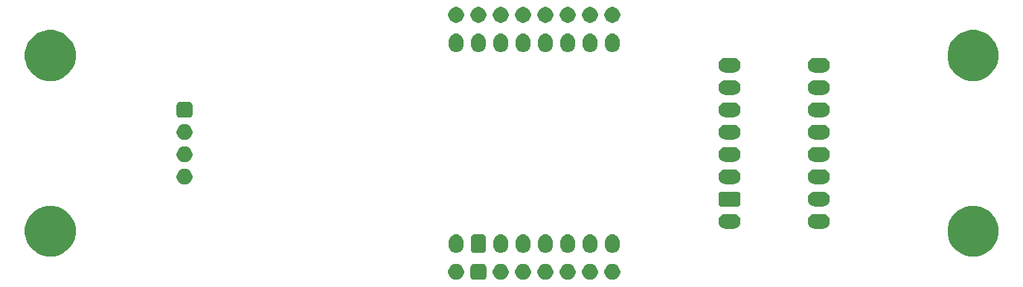
<source format=gbr>
G04 #@! TF.GenerationSoftware,KiCad,Pcbnew,5.1.5+dfsg1-2build2*
G04 #@! TF.CreationDate,2020-06-04T23:38:43+02:00*
G04 #@! TF.ProjectId,termint-wifi,7465726d-696e-4742-9d77-6966692e6b69,rev?*
G04 #@! TF.SameCoordinates,Original*
G04 #@! TF.FileFunction,Soldermask,Bot*
G04 #@! TF.FilePolarity,Negative*
%FSLAX46Y46*%
G04 Gerber Fmt 4.6, Leading zero omitted, Abs format (unit mm)*
G04 Created by KiCad (PCBNEW 5.1.5+dfsg1-2build2) date 2020-06-04 23:38:43*
%MOMM*%
%LPD*%
G04 APERTURE LIST*
%ADD10C,0.100000*%
G04 APERTURE END LIST*
D10*
G36*
X121568512Y-80733927D02*
G01*
X121717812Y-80763624D01*
X121881784Y-80831544D01*
X122029354Y-80930147D01*
X122154853Y-81055646D01*
X122253456Y-81203216D01*
X122321376Y-81367188D01*
X122356000Y-81541259D01*
X122356000Y-81718741D01*
X122321376Y-81892812D01*
X122253456Y-82056784D01*
X122154853Y-82204354D01*
X122029354Y-82329853D01*
X121881784Y-82428456D01*
X121717812Y-82496376D01*
X121568512Y-82526073D01*
X121543742Y-82531000D01*
X121366258Y-82531000D01*
X121341488Y-82526073D01*
X121192188Y-82496376D01*
X121028216Y-82428456D01*
X120880646Y-82329853D01*
X120755147Y-82204354D01*
X120656544Y-82056784D01*
X120588624Y-81892812D01*
X120554000Y-81718741D01*
X120554000Y-81541259D01*
X120588624Y-81367188D01*
X120656544Y-81203216D01*
X120755147Y-81055646D01*
X120880646Y-80930147D01*
X121028216Y-80831544D01*
X121192188Y-80763624D01*
X121341488Y-80733927D01*
X121366258Y-80729000D01*
X121543742Y-80729000D01*
X121568512Y-80733927D01*
G37*
G36*
X106803578Y-80737048D02*
G01*
X106876249Y-80759093D01*
X106943225Y-80794892D01*
X107001930Y-80843070D01*
X107050108Y-80901775D01*
X107085907Y-80968751D01*
X107107952Y-81041422D01*
X107116000Y-81123140D01*
X107116000Y-82136860D01*
X107107952Y-82218578D01*
X107085907Y-82291249D01*
X107050108Y-82358225D01*
X107001930Y-82416930D01*
X106943225Y-82465108D01*
X106876249Y-82500907D01*
X106803578Y-82522952D01*
X106721860Y-82531000D01*
X105708140Y-82531000D01*
X105626422Y-82522952D01*
X105553751Y-82500907D01*
X105486775Y-82465108D01*
X105428070Y-82416930D01*
X105379892Y-82358225D01*
X105344093Y-82291249D01*
X105322048Y-82218578D01*
X105314000Y-82136860D01*
X105314000Y-81123140D01*
X105322048Y-81041422D01*
X105344093Y-80968751D01*
X105379892Y-80901775D01*
X105428070Y-80843070D01*
X105486775Y-80794892D01*
X105553751Y-80759093D01*
X105626422Y-80737048D01*
X105708140Y-80729000D01*
X106721860Y-80729000D01*
X106803578Y-80737048D01*
G37*
G36*
X103788512Y-80733927D02*
G01*
X103937812Y-80763624D01*
X104101784Y-80831544D01*
X104249354Y-80930147D01*
X104374853Y-81055646D01*
X104473456Y-81203216D01*
X104541376Y-81367188D01*
X104576000Y-81541259D01*
X104576000Y-81718741D01*
X104541376Y-81892812D01*
X104473456Y-82056784D01*
X104374853Y-82204354D01*
X104249354Y-82329853D01*
X104101784Y-82428456D01*
X103937812Y-82496376D01*
X103788512Y-82526073D01*
X103763742Y-82531000D01*
X103586258Y-82531000D01*
X103561488Y-82526073D01*
X103412188Y-82496376D01*
X103248216Y-82428456D01*
X103100646Y-82329853D01*
X102975147Y-82204354D01*
X102876544Y-82056784D01*
X102808624Y-81892812D01*
X102774000Y-81718741D01*
X102774000Y-81541259D01*
X102808624Y-81367188D01*
X102876544Y-81203216D01*
X102975147Y-81055646D01*
X103100646Y-80930147D01*
X103248216Y-80831544D01*
X103412188Y-80763624D01*
X103561488Y-80733927D01*
X103586258Y-80729000D01*
X103763742Y-80729000D01*
X103788512Y-80733927D01*
G37*
G36*
X108868512Y-80733927D02*
G01*
X109017812Y-80763624D01*
X109181784Y-80831544D01*
X109329354Y-80930147D01*
X109454853Y-81055646D01*
X109553456Y-81203216D01*
X109621376Y-81367188D01*
X109656000Y-81541259D01*
X109656000Y-81718741D01*
X109621376Y-81892812D01*
X109553456Y-82056784D01*
X109454853Y-82204354D01*
X109329354Y-82329853D01*
X109181784Y-82428456D01*
X109017812Y-82496376D01*
X108868512Y-82526073D01*
X108843742Y-82531000D01*
X108666258Y-82531000D01*
X108641488Y-82526073D01*
X108492188Y-82496376D01*
X108328216Y-82428456D01*
X108180646Y-82329853D01*
X108055147Y-82204354D01*
X107956544Y-82056784D01*
X107888624Y-81892812D01*
X107854000Y-81718741D01*
X107854000Y-81541259D01*
X107888624Y-81367188D01*
X107956544Y-81203216D01*
X108055147Y-81055646D01*
X108180646Y-80930147D01*
X108328216Y-80831544D01*
X108492188Y-80763624D01*
X108641488Y-80733927D01*
X108666258Y-80729000D01*
X108843742Y-80729000D01*
X108868512Y-80733927D01*
G37*
G36*
X111408512Y-80733927D02*
G01*
X111557812Y-80763624D01*
X111721784Y-80831544D01*
X111869354Y-80930147D01*
X111994853Y-81055646D01*
X112093456Y-81203216D01*
X112161376Y-81367188D01*
X112196000Y-81541259D01*
X112196000Y-81718741D01*
X112161376Y-81892812D01*
X112093456Y-82056784D01*
X111994853Y-82204354D01*
X111869354Y-82329853D01*
X111721784Y-82428456D01*
X111557812Y-82496376D01*
X111408512Y-82526073D01*
X111383742Y-82531000D01*
X111206258Y-82531000D01*
X111181488Y-82526073D01*
X111032188Y-82496376D01*
X110868216Y-82428456D01*
X110720646Y-82329853D01*
X110595147Y-82204354D01*
X110496544Y-82056784D01*
X110428624Y-81892812D01*
X110394000Y-81718741D01*
X110394000Y-81541259D01*
X110428624Y-81367188D01*
X110496544Y-81203216D01*
X110595147Y-81055646D01*
X110720646Y-80930147D01*
X110868216Y-80831544D01*
X111032188Y-80763624D01*
X111181488Y-80733927D01*
X111206258Y-80729000D01*
X111383742Y-80729000D01*
X111408512Y-80733927D01*
G37*
G36*
X116488512Y-80733927D02*
G01*
X116637812Y-80763624D01*
X116801784Y-80831544D01*
X116949354Y-80930147D01*
X117074853Y-81055646D01*
X117173456Y-81203216D01*
X117241376Y-81367188D01*
X117276000Y-81541259D01*
X117276000Y-81718741D01*
X117241376Y-81892812D01*
X117173456Y-82056784D01*
X117074853Y-82204354D01*
X116949354Y-82329853D01*
X116801784Y-82428456D01*
X116637812Y-82496376D01*
X116488512Y-82526073D01*
X116463742Y-82531000D01*
X116286258Y-82531000D01*
X116261488Y-82526073D01*
X116112188Y-82496376D01*
X115948216Y-82428456D01*
X115800646Y-82329853D01*
X115675147Y-82204354D01*
X115576544Y-82056784D01*
X115508624Y-81892812D01*
X115474000Y-81718741D01*
X115474000Y-81541259D01*
X115508624Y-81367188D01*
X115576544Y-81203216D01*
X115675147Y-81055646D01*
X115800646Y-80930147D01*
X115948216Y-80831544D01*
X116112188Y-80763624D01*
X116261488Y-80733927D01*
X116286258Y-80729000D01*
X116463742Y-80729000D01*
X116488512Y-80733927D01*
G37*
G36*
X119028512Y-80733927D02*
G01*
X119177812Y-80763624D01*
X119341784Y-80831544D01*
X119489354Y-80930147D01*
X119614853Y-81055646D01*
X119713456Y-81203216D01*
X119781376Y-81367188D01*
X119816000Y-81541259D01*
X119816000Y-81718741D01*
X119781376Y-81892812D01*
X119713456Y-82056784D01*
X119614853Y-82204354D01*
X119489354Y-82329853D01*
X119341784Y-82428456D01*
X119177812Y-82496376D01*
X119028512Y-82526073D01*
X119003742Y-82531000D01*
X118826258Y-82531000D01*
X118801488Y-82526073D01*
X118652188Y-82496376D01*
X118488216Y-82428456D01*
X118340646Y-82329853D01*
X118215147Y-82204354D01*
X118116544Y-82056784D01*
X118048624Y-81892812D01*
X118014000Y-81718741D01*
X118014000Y-81541259D01*
X118048624Y-81367188D01*
X118116544Y-81203216D01*
X118215147Y-81055646D01*
X118340646Y-80930147D01*
X118488216Y-80831544D01*
X118652188Y-80763624D01*
X118801488Y-80733927D01*
X118826258Y-80729000D01*
X119003742Y-80729000D01*
X119028512Y-80733927D01*
G37*
G36*
X113948512Y-80733927D02*
G01*
X114097812Y-80763624D01*
X114261784Y-80831544D01*
X114409354Y-80930147D01*
X114534853Y-81055646D01*
X114633456Y-81203216D01*
X114701376Y-81367188D01*
X114736000Y-81541259D01*
X114736000Y-81718741D01*
X114701376Y-81892812D01*
X114633456Y-82056784D01*
X114534853Y-82204354D01*
X114409354Y-82329853D01*
X114261784Y-82428456D01*
X114097812Y-82496376D01*
X113948512Y-82526073D01*
X113923742Y-82531000D01*
X113746258Y-82531000D01*
X113721488Y-82526073D01*
X113572188Y-82496376D01*
X113408216Y-82428456D01*
X113260646Y-82329853D01*
X113135147Y-82204354D01*
X113036544Y-82056784D01*
X112968624Y-81892812D01*
X112934000Y-81718741D01*
X112934000Y-81541259D01*
X112968624Y-81367188D01*
X113036544Y-81203216D01*
X113135147Y-81055646D01*
X113260646Y-80930147D01*
X113408216Y-80831544D01*
X113572188Y-80763624D01*
X113721488Y-80733927D01*
X113746258Y-80729000D01*
X113923742Y-80729000D01*
X113948512Y-80733927D01*
G37*
G36*
X163346189Y-74210483D02*
G01*
X163346192Y-74210484D01*
X163346191Y-74210484D01*
X163874139Y-74429167D01*
X164349280Y-74746646D01*
X164753354Y-75150720D01*
X165018646Y-75547758D01*
X165070834Y-75625863D01*
X165289517Y-76153811D01*
X165401000Y-76714275D01*
X165401000Y-77285725D01*
X165289517Y-77846189D01*
X165147851Y-78188201D01*
X165070833Y-78374139D01*
X164753354Y-78849280D01*
X164349280Y-79253354D01*
X163874139Y-79570833D01*
X163874138Y-79570834D01*
X163874137Y-79570834D01*
X163346189Y-79789517D01*
X162785725Y-79901000D01*
X162214275Y-79901000D01*
X161653811Y-79789517D01*
X161125863Y-79570834D01*
X161125862Y-79570834D01*
X161125861Y-79570833D01*
X160650720Y-79253354D01*
X160246646Y-78849280D01*
X159929167Y-78374139D01*
X159852149Y-78188201D01*
X159710483Y-77846189D01*
X159599000Y-77285725D01*
X159599000Y-76714275D01*
X159710483Y-76153811D01*
X159929166Y-75625863D01*
X159981354Y-75547758D01*
X160246646Y-75150720D01*
X160650720Y-74746646D01*
X161125861Y-74429167D01*
X161653809Y-74210484D01*
X161653808Y-74210484D01*
X161653811Y-74210483D01*
X162214275Y-74099000D01*
X162785725Y-74099000D01*
X163346189Y-74210483D01*
G37*
G36*
X58346189Y-74210483D02*
G01*
X58346192Y-74210484D01*
X58346191Y-74210484D01*
X58874139Y-74429167D01*
X59349280Y-74746646D01*
X59753354Y-75150720D01*
X60018646Y-75547758D01*
X60070834Y-75625863D01*
X60289517Y-76153811D01*
X60401000Y-76714275D01*
X60401000Y-77285725D01*
X60289517Y-77846189D01*
X60147851Y-78188201D01*
X60070833Y-78374139D01*
X59753354Y-78849280D01*
X59349280Y-79253354D01*
X58874139Y-79570833D01*
X58874138Y-79570834D01*
X58874137Y-79570834D01*
X58346189Y-79789517D01*
X57785725Y-79901000D01*
X57214275Y-79901000D01*
X56653811Y-79789517D01*
X56125863Y-79570834D01*
X56125862Y-79570834D01*
X56125861Y-79570833D01*
X55650720Y-79253354D01*
X55246646Y-78849280D01*
X54929167Y-78374139D01*
X54852149Y-78188201D01*
X54710483Y-77846189D01*
X54599000Y-77285725D01*
X54599000Y-76714275D01*
X54710483Y-76153811D01*
X54929166Y-75625863D01*
X54981354Y-75547758D01*
X55246646Y-75150720D01*
X55650720Y-74746646D01*
X56125861Y-74429167D01*
X56653809Y-74210484D01*
X56653808Y-74210484D01*
X56653811Y-74210483D01*
X57214275Y-74099000D01*
X57785725Y-74099000D01*
X58346189Y-74210483D01*
G37*
G36*
X121621823Y-77391313D02*
G01*
X121782242Y-77439976D01*
X121867875Y-77485748D01*
X121930078Y-77518996D01*
X122059659Y-77625341D01*
X122166004Y-77754922D01*
X122166005Y-77754924D01*
X122245024Y-77902758D01*
X122293687Y-78063178D01*
X122306000Y-78188197D01*
X122306000Y-78671804D01*
X122293687Y-78796823D01*
X122245024Y-78957242D01*
X122192504Y-79055500D01*
X122166004Y-79105078D01*
X122160438Y-79111860D01*
X122059659Y-79234659D01*
X121930077Y-79341005D01*
X121782241Y-79420024D01*
X121621822Y-79468687D01*
X121455000Y-79485117D01*
X121288177Y-79468687D01*
X121127758Y-79420024D01*
X120979924Y-79341005D01*
X120979922Y-79341004D01*
X120850341Y-79234659D01*
X120836942Y-79218332D01*
X120743995Y-79105077D01*
X120664976Y-78957241D01*
X120616313Y-78796822D01*
X120604000Y-78671803D01*
X120604000Y-78188196D01*
X120616313Y-78063177D01*
X120664976Y-77902758D01*
X120743995Y-77754924D01*
X120743996Y-77754922D01*
X120850342Y-77625341D01*
X120979923Y-77518996D01*
X121042126Y-77485748D01*
X121127759Y-77439976D01*
X121288178Y-77391313D01*
X121455000Y-77374883D01*
X121621823Y-77391313D01*
G37*
G36*
X103841823Y-77391313D02*
G01*
X104002242Y-77439976D01*
X104087875Y-77485748D01*
X104150078Y-77518996D01*
X104279659Y-77625341D01*
X104386004Y-77754922D01*
X104386005Y-77754924D01*
X104465024Y-77902758D01*
X104513687Y-78063178D01*
X104526000Y-78188197D01*
X104526000Y-78671804D01*
X104513687Y-78796823D01*
X104465024Y-78957242D01*
X104412504Y-79055500D01*
X104386004Y-79105078D01*
X104380438Y-79111860D01*
X104279659Y-79234659D01*
X104150077Y-79341005D01*
X104002241Y-79420024D01*
X103841822Y-79468687D01*
X103675000Y-79485117D01*
X103508177Y-79468687D01*
X103347758Y-79420024D01*
X103199924Y-79341005D01*
X103199922Y-79341004D01*
X103070341Y-79234659D01*
X103056942Y-79218332D01*
X102963995Y-79105077D01*
X102884976Y-78957241D01*
X102836313Y-78796822D01*
X102824000Y-78671803D01*
X102824000Y-78188196D01*
X102836313Y-78063177D01*
X102884976Y-77902758D01*
X102963995Y-77754924D01*
X102963996Y-77754922D01*
X103070342Y-77625341D01*
X103199923Y-77518996D01*
X103262126Y-77485748D01*
X103347759Y-77439976D01*
X103508178Y-77391313D01*
X103675000Y-77374883D01*
X103841823Y-77391313D01*
G37*
G36*
X108921823Y-77391313D02*
G01*
X109082242Y-77439976D01*
X109167875Y-77485748D01*
X109230078Y-77518996D01*
X109359659Y-77625341D01*
X109466004Y-77754922D01*
X109466005Y-77754924D01*
X109545024Y-77902758D01*
X109593687Y-78063178D01*
X109606000Y-78188197D01*
X109606000Y-78671804D01*
X109593687Y-78796823D01*
X109545024Y-78957242D01*
X109492504Y-79055500D01*
X109466004Y-79105078D01*
X109460438Y-79111860D01*
X109359659Y-79234659D01*
X109230077Y-79341005D01*
X109082241Y-79420024D01*
X108921822Y-79468687D01*
X108755000Y-79485117D01*
X108588177Y-79468687D01*
X108427758Y-79420024D01*
X108279924Y-79341005D01*
X108279922Y-79341004D01*
X108150341Y-79234659D01*
X108136942Y-79218332D01*
X108043995Y-79105077D01*
X107964976Y-78957241D01*
X107916313Y-78796822D01*
X107904000Y-78671803D01*
X107904000Y-78188196D01*
X107916313Y-78063177D01*
X107964976Y-77902758D01*
X108043995Y-77754924D01*
X108043996Y-77754922D01*
X108150342Y-77625341D01*
X108279923Y-77518996D01*
X108342126Y-77485748D01*
X108427759Y-77439976D01*
X108588178Y-77391313D01*
X108755000Y-77374883D01*
X108921823Y-77391313D01*
G37*
G36*
X111461823Y-77391313D02*
G01*
X111622242Y-77439976D01*
X111707875Y-77485748D01*
X111770078Y-77518996D01*
X111899659Y-77625341D01*
X112006004Y-77754922D01*
X112006005Y-77754924D01*
X112085024Y-77902758D01*
X112133687Y-78063178D01*
X112146000Y-78188197D01*
X112146000Y-78671804D01*
X112133687Y-78796823D01*
X112085024Y-78957242D01*
X112032504Y-79055500D01*
X112006004Y-79105078D01*
X112000438Y-79111860D01*
X111899659Y-79234659D01*
X111770077Y-79341005D01*
X111622241Y-79420024D01*
X111461822Y-79468687D01*
X111295000Y-79485117D01*
X111128177Y-79468687D01*
X110967758Y-79420024D01*
X110819924Y-79341005D01*
X110819922Y-79341004D01*
X110690341Y-79234659D01*
X110676942Y-79218332D01*
X110583995Y-79105077D01*
X110504976Y-78957241D01*
X110456313Y-78796822D01*
X110444000Y-78671803D01*
X110444000Y-78188196D01*
X110456313Y-78063177D01*
X110504976Y-77902758D01*
X110583995Y-77754924D01*
X110583996Y-77754922D01*
X110690342Y-77625341D01*
X110819923Y-77518996D01*
X110882126Y-77485748D01*
X110967759Y-77439976D01*
X111128178Y-77391313D01*
X111295000Y-77374883D01*
X111461823Y-77391313D01*
G37*
G36*
X114001823Y-77391313D02*
G01*
X114162242Y-77439976D01*
X114247875Y-77485748D01*
X114310078Y-77518996D01*
X114439659Y-77625341D01*
X114546004Y-77754922D01*
X114546005Y-77754924D01*
X114625024Y-77902758D01*
X114673687Y-78063178D01*
X114686000Y-78188197D01*
X114686000Y-78671804D01*
X114673687Y-78796823D01*
X114625024Y-78957242D01*
X114572504Y-79055500D01*
X114546004Y-79105078D01*
X114540438Y-79111860D01*
X114439659Y-79234659D01*
X114310077Y-79341005D01*
X114162241Y-79420024D01*
X114001822Y-79468687D01*
X113835000Y-79485117D01*
X113668177Y-79468687D01*
X113507758Y-79420024D01*
X113359924Y-79341005D01*
X113359922Y-79341004D01*
X113230341Y-79234659D01*
X113216942Y-79218332D01*
X113123995Y-79105077D01*
X113044976Y-78957241D01*
X112996313Y-78796822D01*
X112984000Y-78671803D01*
X112984000Y-78188196D01*
X112996313Y-78063177D01*
X113044976Y-77902758D01*
X113123995Y-77754924D01*
X113123996Y-77754922D01*
X113230342Y-77625341D01*
X113359923Y-77518996D01*
X113422126Y-77485748D01*
X113507759Y-77439976D01*
X113668178Y-77391313D01*
X113835000Y-77374883D01*
X114001823Y-77391313D01*
G37*
G36*
X116541823Y-77391313D02*
G01*
X116702242Y-77439976D01*
X116787875Y-77485748D01*
X116850078Y-77518996D01*
X116979659Y-77625341D01*
X117086004Y-77754922D01*
X117086005Y-77754924D01*
X117165024Y-77902758D01*
X117213687Y-78063178D01*
X117226000Y-78188197D01*
X117226000Y-78671804D01*
X117213687Y-78796823D01*
X117165024Y-78957242D01*
X117112504Y-79055500D01*
X117086004Y-79105078D01*
X117080438Y-79111860D01*
X116979659Y-79234659D01*
X116850077Y-79341005D01*
X116702241Y-79420024D01*
X116541822Y-79468687D01*
X116375000Y-79485117D01*
X116208177Y-79468687D01*
X116047758Y-79420024D01*
X115899924Y-79341005D01*
X115899922Y-79341004D01*
X115770341Y-79234659D01*
X115756942Y-79218332D01*
X115663995Y-79105077D01*
X115584976Y-78957241D01*
X115536313Y-78796822D01*
X115524000Y-78671803D01*
X115524000Y-78188196D01*
X115536313Y-78063177D01*
X115584976Y-77902758D01*
X115663995Y-77754924D01*
X115663996Y-77754922D01*
X115770342Y-77625341D01*
X115899923Y-77518996D01*
X115962126Y-77485748D01*
X116047759Y-77439976D01*
X116208178Y-77391313D01*
X116375000Y-77374883D01*
X116541823Y-77391313D01*
G37*
G36*
X119081823Y-77391313D02*
G01*
X119242242Y-77439976D01*
X119327875Y-77485748D01*
X119390078Y-77518996D01*
X119519659Y-77625341D01*
X119626004Y-77754922D01*
X119626005Y-77754924D01*
X119705024Y-77902758D01*
X119753687Y-78063178D01*
X119766000Y-78188197D01*
X119766000Y-78671804D01*
X119753687Y-78796823D01*
X119705024Y-78957242D01*
X119652504Y-79055500D01*
X119626004Y-79105078D01*
X119620438Y-79111860D01*
X119519659Y-79234659D01*
X119390077Y-79341005D01*
X119242241Y-79420024D01*
X119081822Y-79468687D01*
X118915000Y-79485117D01*
X118748177Y-79468687D01*
X118587758Y-79420024D01*
X118439924Y-79341005D01*
X118439922Y-79341004D01*
X118310341Y-79234659D01*
X118296942Y-79218332D01*
X118203995Y-79105077D01*
X118124976Y-78957241D01*
X118076313Y-78796822D01*
X118064000Y-78671803D01*
X118064000Y-78188196D01*
X118076313Y-78063177D01*
X118124976Y-77902758D01*
X118203995Y-77754924D01*
X118203996Y-77754922D01*
X118310342Y-77625341D01*
X118439923Y-77518996D01*
X118502126Y-77485748D01*
X118587759Y-77439976D01*
X118748178Y-77391313D01*
X118915000Y-77374883D01*
X119081823Y-77391313D01*
G37*
G36*
X106773698Y-77386568D02*
G01*
X106841685Y-77407192D01*
X106904335Y-77440679D01*
X106959252Y-77485748D01*
X107004321Y-77540665D01*
X107037808Y-77603315D01*
X107058432Y-77671302D01*
X107066000Y-77748140D01*
X107066000Y-79111860D01*
X107058432Y-79188698D01*
X107037808Y-79256685D01*
X107004321Y-79319335D01*
X106959252Y-79374252D01*
X106904335Y-79419321D01*
X106841685Y-79452808D01*
X106773698Y-79473432D01*
X106696860Y-79481000D01*
X105733140Y-79481000D01*
X105656302Y-79473432D01*
X105588315Y-79452808D01*
X105525665Y-79419321D01*
X105470748Y-79374252D01*
X105425679Y-79319335D01*
X105392192Y-79256685D01*
X105371568Y-79188698D01*
X105364000Y-79111860D01*
X105364000Y-77748140D01*
X105371568Y-77671302D01*
X105392192Y-77603315D01*
X105425679Y-77540665D01*
X105470748Y-77485748D01*
X105525665Y-77440679D01*
X105588315Y-77407192D01*
X105656302Y-77386568D01*
X105733140Y-77379000D01*
X106696860Y-77379000D01*
X106773698Y-77386568D01*
G37*
G36*
X145521823Y-75036313D02*
G01*
X145682242Y-75084976D01*
X145805240Y-75150720D01*
X145830078Y-75163996D01*
X145959659Y-75270341D01*
X146066004Y-75399922D01*
X146066005Y-75399924D01*
X146145024Y-75547758D01*
X146193687Y-75708177D01*
X146210117Y-75875000D01*
X146193687Y-76041823D01*
X146145024Y-76202242D01*
X146074114Y-76334906D01*
X146066004Y-76350078D01*
X145959659Y-76479659D01*
X145830078Y-76586004D01*
X145830076Y-76586005D01*
X145682242Y-76665024D01*
X145521823Y-76713687D01*
X145396804Y-76726000D01*
X144513196Y-76726000D01*
X144388177Y-76713687D01*
X144227758Y-76665024D01*
X144079924Y-76586005D01*
X144079922Y-76586004D01*
X143950341Y-76479659D01*
X143843996Y-76350078D01*
X143835886Y-76334906D01*
X143764976Y-76202242D01*
X143716313Y-76041823D01*
X143699883Y-75875000D01*
X143716313Y-75708177D01*
X143764976Y-75547758D01*
X143843995Y-75399924D01*
X143843996Y-75399922D01*
X143950341Y-75270341D01*
X144079922Y-75163996D01*
X144104760Y-75150720D01*
X144227758Y-75084976D01*
X144388177Y-75036313D01*
X144513196Y-75024000D01*
X145396804Y-75024000D01*
X145521823Y-75036313D01*
G37*
G36*
X135361823Y-75036313D02*
G01*
X135522242Y-75084976D01*
X135645240Y-75150720D01*
X135670078Y-75163996D01*
X135799659Y-75270341D01*
X135906004Y-75399922D01*
X135906005Y-75399924D01*
X135985024Y-75547758D01*
X136033687Y-75708177D01*
X136050117Y-75875000D01*
X136033687Y-76041823D01*
X135985024Y-76202242D01*
X135914114Y-76334906D01*
X135906004Y-76350078D01*
X135799659Y-76479659D01*
X135670078Y-76586004D01*
X135670076Y-76586005D01*
X135522242Y-76665024D01*
X135361823Y-76713687D01*
X135236804Y-76726000D01*
X134353196Y-76726000D01*
X134228177Y-76713687D01*
X134067758Y-76665024D01*
X133919924Y-76586005D01*
X133919922Y-76586004D01*
X133790341Y-76479659D01*
X133683996Y-76350078D01*
X133675886Y-76334906D01*
X133604976Y-76202242D01*
X133556313Y-76041823D01*
X133539883Y-75875000D01*
X133556313Y-75708177D01*
X133604976Y-75547758D01*
X133683995Y-75399924D01*
X133683996Y-75399922D01*
X133790341Y-75270341D01*
X133919922Y-75163996D01*
X133944760Y-75150720D01*
X134067758Y-75084976D01*
X134228177Y-75036313D01*
X134353196Y-75024000D01*
X135236804Y-75024000D01*
X135361823Y-75036313D01*
G37*
G36*
X145521823Y-72496313D02*
G01*
X145682242Y-72544976D01*
X145767875Y-72590748D01*
X145830078Y-72623996D01*
X145959659Y-72730341D01*
X146066004Y-72859922D01*
X146066005Y-72859924D01*
X146145024Y-73007758D01*
X146193687Y-73168177D01*
X146210117Y-73335000D01*
X146193687Y-73501823D01*
X146145024Y-73662242D01*
X146092504Y-73760500D01*
X146066004Y-73810078D01*
X145959659Y-73939659D01*
X145830078Y-74046004D01*
X145830076Y-74046005D01*
X145682242Y-74125024D01*
X145521823Y-74173687D01*
X145396804Y-74186000D01*
X144513196Y-74186000D01*
X144388177Y-74173687D01*
X144227758Y-74125024D01*
X144079924Y-74046005D01*
X144079922Y-74046004D01*
X143950341Y-73939659D01*
X143843996Y-73810078D01*
X143817496Y-73760500D01*
X143764976Y-73662242D01*
X143716313Y-73501823D01*
X143699883Y-73335000D01*
X143716313Y-73168177D01*
X143764976Y-73007758D01*
X143843995Y-72859924D01*
X143843996Y-72859922D01*
X143950341Y-72730341D01*
X144079922Y-72623996D01*
X144142125Y-72590748D01*
X144227758Y-72544976D01*
X144388177Y-72496313D01*
X144513196Y-72484000D01*
X145396804Y-72484000D01*
X145521823Y-72496313D01*
G37*
G36*
X135753698Y-72491568D02*
G01*
X135821685Y-72512192D01*
X135884335Y-72545679D01*
X135939252Y-72590748D01*
X135984321Y-72645665D01*
X136017808Y-72708315D01*
X136038432Y-72776302D01*
X136046000Y-72853140D01*
X136046000Y-73816860D01*
X136038432Y-73893698D01*
X136017808Y-73961685D01*
X135984321Y-74024335D01*
X135939252Y-74079252D01*
X135884335Y-74124321D01*
X135821685Y-74157808D01*
X135753698Y-74178432D01*
X135676860Y-74186000D01*
X133913140Y-74186000D01*
X133836302Y-74178432D01*
X133768315Y-74157808D01*
X133705665Y-74124321D01*
X133650748Y-74079252D01*
X133605679Y-74024335D01*
X133572192Y-73961685D01*
X133551568Y-73893698D01*
X133544000Y-73816860D01*
X133544000Y-72853140D01*
X133551568Y-72776302D01*
X133572192Y-72708315D01*
X133605679Y-72645665D01*
X133650748Y-72590748D01*
X133705665Y-72545679D01*
X133768315Y-72512192D01*
X133836302Y-72491568D01*
X133913140Y-72484000D01*
X135676860Y-72484000D01*
X135753698Y-72491568D01*
G37*
G36*
X72884512Y-69903927D02*
G01*
X73033812Y-69933624D01*
X73197784Y-70001544D01*
X73345354Y-70100147D01*
X73470853Y-70225646D01*
X73569456Y-70373216D01*
X73637376Y-70537188D01*
X73672000Y-70711259D01*
X73672000Y-70888741D01*
X73637376Y-71062812D01*
X73569456Y-71226784D01*
X73470853Y-71374354D01*
X73345354Y-71499853D01*
X73197784Y-71598456D01*
X73033812Y-71666376D01*
X72884512Y-71696073D01*
X72859742Y-71701000D01*
X72682258Y-71701000D01*
X72657488Y-71696073D01*
X72508188Y-71666376D01*
X72344216Y-71598456D01*
X72196646Y-71499853D01*
X72071147Y-71374354D01*
X71972544Y-71226784D01*
X71904624Y-71062812D01*
X71870000Y-70888741D01*
X71870000Y-70711259D01*
X71904624Y-70537188D01*
X71972544Y-70373216D01*
X72071147Y-70225646D01*
X72196646Y-70100147D01*
X72344216Y-70001544D01*
X72508188Y-69933624D01*
X72657488Y-69903927D01*
X72682258Y-69899000D01*
X72859742Y-69899000D01*
X72884512Y-69903927D01*
G37*
G36*
X135361823Y-69956313D02*
G01*
X135522242Y-70004976D01*
X135654906Y-70075886D01*
X135670078Y-70083996D01*
X135799659Y-70190341D01*
X135906004Y-70319922D01*
X135906005Y-70319924D01*
X135985024Y-70467758D01*
X136033687Y-70628177D01*
X136050117Y-70795000D01*
X136033687Y-70961823D01*
X135985024Y-71122242D01*
X135929146Y-71226782D01*
X135906004Y-71270078D01*
X135799659Y-71399659D01*
X135670078Y-71506004D01*
X135670076Y-71506005D01*
X135522242Y-71585024D01*
X135361823Y-71633687D01*
X135236804Y-71646000D01*
X134353196Y-71646000D01*
X134228177Y-71633687D01*
X134067758Y-71585024D01*
X133919924Y-71506005D01*
X133919922Y-71506004D01*
X133790341Y-71399659D01*
X133683996Y-71270078D01*
X133660854Y-71226782D01*
X133604976Y-71122242D01*
X133556313Y-70961823D01*
X133539883Y-70795000D01*
X133556313Y-70628177D01*
X133604976Y-70467758D01*
X133683995Y-70319924D01*
X133683996Y-70319922D01*
X133790341Y-70190341D01*
X133919922Y-70083996D01*
X133935094Y-70075886D01*
X134067758Y-70004976D01*
X134228177Y-69956313D01*
X134353196Y-69944000D01*
X135236804Y-69944000D01*
X135361823Y-69956313D01*
G37*
G36*
X145521823Y-69956313D02*
G01*
X145682242Y-70004976D01*
X145814906Y-70075886D01*
X145830078Y-70083996D01*
X145959659Y-70190341D01*
X146066004Y-70319922D01*
X146066005Y-70319924D01*
X146145024Y-70467758D01*
X146193687Y-70628177D01*
X146210117Y-70795000D01*
X146193687Y-70961823D01*
X146145024Y-71122242D01*
X146089146Y-71226782D01*
X146066004Y-71270078D01*
X145959659Y-71399659D01*
X145830078Y-71506004D01*
X145830076Y-71506005D01*
X145682242Y-71585024D01*
X145521823Y-71633687D01*
X145396804Y-71646000D01*
X144513196Y-71646000D01*
X144388177Y-71633687D01*
X144227758Y-71585024D01*
X144079924Y-71506005D01*
X144079922Y-71506004D01*
X143950341Y-71399659D01*
X143843996Y-71270078D01*
X143820854Y-71226782D01*
X143764976Y-71122242D01*
X143716313Y-70961823D01*
X143699883Y-70795000D01*
X143716313Y-70628177D01*
X143764976Y-70467758D01*
X143843995Y-70319924D01*
X143843996Y-70319922D01*
X143950341Y-70190341D01*
X144079922Y-70083996D01*
X144095094Y-70075886D01*
X144227758Y-70004976D01*
X144388177Y-69956313D01*
X144513196Y-69944000D01*
X145396804Y-69944000D01*
X145521823Y-69956313D01*
G37*
G36*
X72884512Y-67363927D02*
G01*
X73033812Y-67393624D01*
X73197784Y-67461544D01*
X73345354Y-67560147D01*
X73470853Y-67685646D01*
X73569456Y-67833216D01*
X73637376Y-67997188D01*
X73672000Y-68171259D01*
X73672000Y-68348741D01*
X73637376Y-68522812D01*
X73569456Y-68686784D01*
X73470853Y-68834354D01*
X73345354Y-68959853D01*
X73197784Y-69058456D01*
X73033812Y-69126376D01*
X72884512Y-69156073D01*
X72859742Y-69161000D01*
X72682258Y-69161000D01*
X72657488Y-69156073D01*
X72508188Y-69126376D01*
X72344216Y-69058456D01*
X72196646Y-68959853D01*
X72071147Y-68834354D01*
X71972544Y-68686784D01*
X71904624Y-68522812D01*
X71870000Y-68348741D01*
X71870000Y-68171259D01*
X71904624Y-67997188D01*
X71972544Y-67833216D01*
X72071147Y-67685646D01*
X72196646Y-67560147D01*
X72344216Y-67461544D01*
X72508188Y-67393624D01*
X72657488Y-67363927D01*
X72682258Y-67359000D01*
X72859742Y-67359000D01*
X72884512Y-67363927D01*
G37*
G36*
X135361823Y-67416313D02*
G01*
X135522242Y-67464976D01*
X135654906Y-67535886D01*
X135670078Y-67543996D01*
X135799659Y-67650341D01*
X135906004Y-67779922D01*
X135906005Y-67779924D01*
X135985024Y-67927758D01*
X136033687Y-68088177D01*
X136050117Y-68255000D01*
X136033687Y-68421823D01*
X135985024Y-68582242D01*
X135929146Y-68686782D01*
X135906004Y-68730078D01*
X135799659Y-68859659D01*
X135670078Y-68966004D01*
X135670076Y-68966005D01*
X135522242Y-69045024D01*
X135361823Y-69093687D01*
X135236804Y-69106000D01*
X134353196Y-69106000D01*
X134228177Y-69093687D01*
X134067758Y-69045024D01*
X133919924Y-68966005D01*
X133919922Y-68966004D01*
X133790341Y-68859659D01*
X133683996Y-68730078D01*
X133660854Y-68686782D01*
X133604976Y-68582242D01*
X133556313Y-68421823D01*
X133539883Y-68255000D01*
X133556313Y-68088177D01*
X133604976Y-67927758D01*
X133683995Y-67779924D01*
X133683996Y-67779922D01*
X133790341Y-67650341D01*
X133919922Y-67543996D01*
X133935094Y-67535886D01*
X134067758Y-67464976D01*
X134228177Y-67416313D01*
X134353196Y-67404000D01*
X135236804Y-67404000D01*
X135361823Y-67416313D01*
G37*
G36*
X145521823Y-67416313D02*
G01*
X145682242Y-67464976D01*
X145814906Y-67535886D01*
X145830078Y-67543996D01*
X145959659Y-67650341D01*
X146066004Y-67779922D01*
X146066005Y-67779924D01*
X146145024Y-67927758D01*
X146193687Y-68088177D01*
X146210117Y-68255000D01*
X146193687Y-68421823D01*
X146145024Y-68582242D01*
X146089146Y-68686782D01*
X146066004Y-68730078D01*
X145959659Y-68859659D01*
X145830078Y-68966004D01*
X145830076Y-68966005D01*
X145682242Y-69045024D01*
X145521823Y-69093687D01*
X145396804Y-69106000D01*
X144513196Y-69106000D01*
X144388177Y-69093687D01*
X144227758Y-69045024D01*
X144079924Y-68966005D01*
X144079922Y-68966004D01*
X143950341Y-68859659D01*
X143843996Y-68730078D01*
X143820854Y-68686782D01*
X143764976Y-68582242D01*
X143716313Y-68421823D01*
X143699883Y-68255000D01*
X143716313Y-68088177D01*
X143764976Y-67927758D01*
X143843995Y-67779924D01*
X143843996Y-67779922D01*
X143950341Y-67650341D01*
X144079922Y-67543996D01*
X144095094Y-67535886D01*
X144227758Y-67464976D01*
X144388177Y-67416313D01*
X144513196Y-67404000D01*
X145396804Y-67404000D01*
X145521823Y-67416313D01*
G37*
G36*
X72884512Y-64823927D02*
G01*
X73033812Y-64853624D01*
X73197784Y-64921544D01*
X73345354Y-65020147D01*
X73470853Y-65145646D01*
X73569456Y-65293216D01*
X73637376Y-65457188D01*
X73672000Y-65631259D01*
X73672000Y-65808741D01*
X73637376Y-65982812D01*
X73569456Y-66146784D01*
X73470853Y-66294354D01*
X73345354Y-66419853D01*
X73197784Y-66518456D01*
X73033812Y-66586376D01*
X72884512Y-66616073D01*
X72859742Y-66621000D01*
X72682258Y-66621000D01*
X72657488Y-66616073D01*
X72508188Y-66586376D01*
X72344216Y-66518456D01*
X72196646Y-66419853D01*
X72071147Y-66294354D01*
X71972544Y-66146784D01*
X71904624Y-65982812D01*
X71870000Y-65808741D01*
X71870000Y-65631259D01*
X71904624Y-65457188D01*
X71972544Y-65293216D01*
X72071147Y-65145646D01*
X72196646Y-65020147D01*
X72344216Y-64921544D01*
X72508188Y-64853624D01*
X72657488Y-64823927D01*
X72682258Y-64819000D01*
X72859742Y-64819000D01*
X72884512Y-64823927D01*
G37*
G36*
X135361823Y-64876313D02*
G01*
X135522242Y-64924976D01*
X135654906Y-64995886D01*
X135670078Y-65003996D01*
X135799659Y-65110341D01*
X135906004Y-65239922D01*
X135906005Y-65239924D01*
X135985024Y-65387758D01*
X136033687Y-65548177D01*
X136050117Y-65715000D01*
X136033687Y-65881823D01*
X135985024Y-66042242D01*
X135929146Y-66146782D01*
X135906004Y-66190078D01*
X135799659Y-66319659D01*
X135670078Y-66426004D01*
X135670076Y-66426005D01*
X135522242Y-66505024D01*
X135361823Y-66553687D01*
X135236804Y-66566000D01*
X134353196Y-66566000D01*
X134228177Y-66553687D01*
X134067758Y-66505024D01*
X133919924Y-66426005D01*
X133919922Y-66426004D01*
X133790341Y-66319659D01*
X133683996Y-66190078D01*
X133660854Y-66146782D01*
X133604976Y-66042242D01*
X133556313Y-65881823D01*
X133539883Y-65715000D01*
X133556313Y-65548177D01*
X133604976Y-65387758D01*
X133683995Y-65239924D01*
X133683996Y-65239922D01*
X133790341Y-65110341D01*
X133919922Y-65003996D01*
X133935094Y-64995886D01*
X134067758Y-64924976D01*
X134228177Y-64876313D01*
X134353196Y-64864000D01*
X135236804Y-64864000D01*
X135361823Y-64876313D01*
G37*
G36*
X145521823Y-64876313D02*
G01*
X145682242Y-64924976D01*
X145814906Y-64995886D01*
X145830078Y-65003996D01*
X145959659Y-65110341D01*
X146066004Y-65239922D01*
X146066005Y-65239924D01*
X146145024Y-65387758D01*
X146193687Y-65548177D01*
X146210117Y-65715000D01*
X146193687Y-65881823D01*
X146145024Y-66042242D01*
X146089146Y-66146782D01*
X146066004Y-66190078D01*
X145959659Y-66319659D01*
X145830078Y-66426004D01*
X145830076Y-66426005D01*
X145682242Y-66505024D01*
X145521823Y-66553687D01*
X145396804Y-66566000D01*
X144513196Y-66566000D01*
X144388177Y-66553687D01*
X144227758Y-66505024D01*
X144079924Y-66426005D01*
X144079922Y-66426004D01*
X143950341Y-66319659D01*
X143843996Y-66190078D01*
X143820854Y-66146782D01*
X143764976Y-66042242D01*
X143716313Y-65881823D01*
X143699883Y-65715000D01*
X143716313Y-65548177D01*
X143764976Y-65387758D01*
X143843995Y-65239924D01*
X143843996Y-65239922D01*
X143950341Y-65110341D01*
X144079922Y-65003996D01*
X144095094Y-64995886D01*
X144227758Y-64924976D01*
X144388177Y-64876313D01*
X144513196Y-64864000D01*
X145396804Y-64864000D01*
X145521823Y-64876313D01*
G37*
G36*
X73359578Y-62287048D02*
G01*
X73432249Y-62309093D01*
X73499225Y-62344892D01*
X73557930Y-62393070D01*
X73606108Y-62451775D01*
X73641907Y-62518751D01*
X73663952Y-62591422D01*
X73672000Y-62673140D01*
X73672000Y-63686860D01*
X73663952Y-63768578D01*
X73641907Y-63841249D01*
X73606108Y-63908225D01*
X73557930Y-63966930D01*
X73499225Y-64015108D01*
X73432249Y-64050907D01*
X73359578Y-64072952D01*
X73277860Y-64081000D01*
X72264140Y-64081000D01*
X72182422Y-64072952D01*
X72109751Y-64050907D01*
X72042775Y-64015108D01*
X71984070Y-63966930D01*
X71935892Y-63908225D01*
X71900093Y-63841249D01*
X71878048Y-63768578D01*
X71870000Y-63686860D01*
X71870000Y-62673140D01*
X71878048Y-62591422D01*
X71900093Y-62518751D01*
X71935892Y-62451775D01*
X71984070Y-62393070D01*
X72042775Y-62344892D01*
X72109751Y-62309093D01*
X72182422Y-62287048D01*
X72264140Y-62279000D01*
X73277860Y-62279000D01*
X73359578Y-62287048D01*
G37*
G36*
X145521823Y-62336313D02*
G01*
X145682242Y-62384976D01*
X145807214Y-62451775D01*
X145830078Y-62463996D01*
X145959659Y-62570341D01*
X146066004Y-62699922D01*
X146066005Y-62699924D01*
X146145024Y-62847758D01*
X146193687Y-63008177D01*
X146210117Y-63175000D01*
X146193687Y-63341823D01*
X146145024Y-63502242D01*
X146076469Y-63630500D01*
X146066004Y-63650078D01*
X145959659Y-63779659D01*
X145830078Y-63886004D01*
X145830076Y-63886005D01*
X145682242Y-63965024D01*
X145521823Y-64013687D01*
X145396804Y-64026000D01*
X144513196Y-64026000D01*
X144388177Y-64013687D01*
X144227758Y-63965024D01*
X144079924Y-63886005D01*
X144079922Y-63886004D01*
X143950341Y-63779659D01*
X143843996Y-63650078D01*
X143833531Y-63630500D01*
X143764976Y-63502242D01*
X143716313Y-63341823D01*
X143699883Y-63175000D01*
X143716313Y-63008177D01*
X143764976Y-62847758D01*
X143843995Y-62699924D01*
X143843996Y-62699922D01*
X143950341Y-62570341D01*
X144079922Y-62463996D01*
X144102786Y-62451775D01*
X144227758Y-62384976D01*
X144388177Y-62336313D01*
X144513196Y-62324000D01*
X145396804Y-62324000D01*
X145521823Y-62336313D01*
G37*
G36*
X135361823Y-62336313D02*
G01*
X135522242Y-62384976D01*
X135647214Y-62451775D01*
X135670078Y-62463996D01*
X135799659Y-62570341D01*
X135906004Y-62699922D01*
X135906005Y-62699924D01*
X135985024Y-62847758D01*
X136033687Y-63008177D01*
X136050117Y-63175000D01*
X136033687Y-63341823D01*
X135985024Y-63502242D01*
X135916469Y-63630500D01*
X135906004Y-63650078D01*
X135799659Y-63779659D01*
X135670078Y-63886004D01*
X135670076Y-63886005D01*
X135522242Y-63965024D01*
X135361823Y-64013687D01*
X135236804Y-64026000D01*
X134353196Y-64026000D01*
X134228177Y-64013687D01*
X134067758Y-63965024D01*
X133919924Y-63886005D01*
X133919922Y-63886004D01*
X133790341Y-63779659D01*
X133683996Y-63650078D01*
X133673531Y-63630500D01*
X133604976Y-63502242D01*
X133556313Y-63341823D01*
X133539883Y-63175000D01*
X133556313Y-63008177D01*
X133604976Y-62847758D01*
X133683995Y-62699924D01*
X133683996Y-62699922D01*
X133790341Y-62570341D01*
X133919922Y-62463996D01*
X133942786Y-62451775D01*
X134067758Y-62384976D01*
X134228177Y-62336313D01*
X134353196Y-62324000D01*
X135236804Y-62324000D01*
X135361823Y-62336313D01*
G37*
G36*
X135361823Y-59796313D02*
G01*
X135522242Y-59844976D01*
X135627055Y-59901000D01*
X135670078Y-59923996D01*
X135799659Y-60030341D01*
X135906004Y-60159922D01*
X135906005Y-60159924D01*
X135985024Y-60307758D01*
X136033687Y-60468177D01*
X136050117Y-60635000D01*
X136033687Y-60801823D01*
X135985024Y-60962242D01*
X135914114Y-61094906D01*
X135906004Y-61110078D01*
X135799659Y-61239659D01*
X135670078Y-61346004D01*
X135670076Y-61346005D01*
X135522242Y-61425024D01*
X135361823Y-61473687D01*
X135236804Y-61486000D01*
X134353196Y-61486000D01*
X134228177Y-61473687D01*
X134067758Y-61425024D01*
X133919924Y-61346005D01*
X133919922Y-61346004D01*
X133790341Y-61239659D01*
X133683996Y-61110078D01*
X133675886Y-61094906D01*
X133604976Y-60962242D01*
X133556313Y-60801823D01*
X133539883Y-60635000D01*
X133556313Y-60468177D01*
X133604976Y-60307758D01*
X133683995Y-60159924D01*
X133683996Y-60159922D01*
X133790341Y-60030341D01*
X133919922Y-59923996D01*
X133962945Y-59901000D01*
X134067758Y-59844976D01*
X134228177Y-59796313D01*
X134353196Y-59784000D01*
X135236804Y-59784000D01*
X135361823Y-59796313D01*
G37*
G36*
X145521823Y-59796313D02*
G01*
X145682242Y-59844976D01*
X145787055Y-59901000D01*
X145830078Y-59923996D01*
X145959659Y-60030341D01*
X146066004Y-60159922D01*
X146066005Y-60159924D01*
X146145024Y-60307758D01*
X146193687Y-60468177D01*
X146210117Y-60635000D01*
X146193687Y-60801823D01*
X146145024Y-60962242D01*
X146074114Y-61094906D01*
X146066004Y-61110078D01*
X145959659Y-61239659D01*
X145830078Y-61346004D01*
X145830076Y-61346005D01*
X145682242Y-61425024D01*
X145521823Y-61473687D01*
X145396804Y-61486000D01*
X144513196Y-61486000D01*
X144388177Y-61473687D01*
X144227758Y-61425024D01*
X144079924Y-61346005D01*
X144079922Y-61346004D01*
X143950341Y-61239659D01*
X143843996Y-61110078D01*
X143835886Y-61094906D01*
X143764976Y-60962242D01*
X143716313Y-60801823D01*
X143699883Y-60635000D01*
X143716313Y-60468177D01*
X143764976Y-60307758D01*
X143843995Y-60159924D01*
X143843996Y-60159922D01*
X143950341Y-60030341D01*
X144079922Y-59923996D01*
X144122945Y-59901000D01*
X144227758Y-59844976D01*
X144388177Y-59796313D01*
X144513196Y-59784000D01*
X145396804Y-59784000D01*
X145521823Y-59796313D01*
G37*
G36*
X58346189Y-54210483D02*
G01*
X58346192Y-54210484D01*
X58346191Y-54210484D01*
X58874139Y-54429167D01*
X59349280Y-54746646D01*
X59753354Y-55150720D01*
X60070833Y-55625861D01*
X60070834Y-55625863D01*
X60289517Y-56153811D01*
X60401000Y-56714275D01*
X60401000Y-57285725D01*
X60289517Y-57846189D01*
X60289516Y-57846191D01*
X60070833Y-58374139D01*
X59753354Y-58849280D01*
X59349280Y-59253354D01*
X58874139Y-59570833D01*
X58874138Y-59570834D01*
X58874137Y-59570834D01*
X58346189Y-59789517D01*
X57785725Y-59901000D01*
X57214275Y-59901000D01*
X56653811Y-59789517D01*
X56125863Y-59570834D01*
X56125862Y-59570834D01*
X56125861Y-59570833D01*
X55650720Y-59253354D01*
X55246646Y-58849280D01*
X54929167Y-58374139D01*
X54710484Y-57846191D01*
X54710483Y-57846189D01*
X54599000Y-57285725D01*
X54599000Y-56714275D01*
X54710483Y-56153811D01*
X54929166Y-55625863D01*
X54929167Y-55625861D01*
X55246646Y-55150720D01*
X55650720Y-54746646D01*
X56125861Y-54429167D01*
X56653809Y-54210484D01*
X56653808Y-54210484D01*
X56653811Y-54210483D01*
X57214275Y-54099000D01*
X57785725Y-54099000D01*
X58346189Y-54210483D01*
G37*
G36*
X163346189Y-54210483D02*
G01*
X163346192Y-54210484D01*
X163346191Y-54210484D01*
X163874139Y-54429167D01*
X164349280Y-54746646D01*
X164753354Y-55150720D01*
X165070833Y-55625861D01*
X165070834Y-55625863D01*
X165289517Y-56153811D01*
X165401000Y-56714275D01*
X165401000Y-57285725D01*
X165289517Y-57846189D01*
X165289516Y-57846191D01*
X165070833Y-58374139D01*
X164753354Y-58849280D01*
X164349280Y-59253354D01*
X163874139Y-59570833D01*
X163874138Y-59570834D01*
X163874137Y-59570834D01*
X163346189Y-59789517D01*
X162785725Y-59901000D01*
X162214275Y-59901000D01*
X161653811Y-59789517D01*
X161125863Y-59570834D01*
X161125862Y-59570834D01*
X161125861Y-59570833D01*
X160650720Y-59253354D01*
X160246646Y-58849280D01*
X159929167Y-58374139D01*
X159710484Y-57846191D01*
X159710483Y-57846189D01*
X159599000Y-57285725D01*
X159599000Y-56714275D01*
X159710483Y-56153811D01*
X159929166Y-55625863D01*
X159929167Y-55625861D01*
X160246646Y-55150720D01*
X160650720Y-54746646D01*
X161125861Y-54429167D01*
X161653809Y-54210484D01*
X161653808Y-54210484D01*
X161653811Y-54210483D01*
X162214275Y-54099000D01*
X162785725Y-54099000D01*
X163346189Y-54210483D01*
G37*
G36*
X135361823Y-57256313D02*
G01*
X135522242Y-57304976D01*
X135654906Y-57375886D01*
X135670078Y-57383996D01*
X135799659Y-57490341D01*
X135906004Y-57619922D01*
X135906005Y-57619924D01*
X135985024Y-57767758D01*
X136033687Y-57928177D01*
X136050117Y-58095000D01*
X136033687Y-58261823D01*
X135985024Y-58422242D01*
X135914114Y-58554906D01*
X135906004Y-58570078D01*
X135799659Y-58699659D01*
X135670078Y-58806004D01*
X135670076Y-58806005D01*
X135522242Y-58885024D01*
X135361823Y-58933687D01*
X135236804Y-58946000D01*
X134353196Y-58946000D01*
X134228177Y-58933687D01*
X134067758Y-58885024D01*
X133919924Y-58806005D01*
X133919922Y-58806004D01*
X133790341Y-58699659D01*
X133683996Y-58570078D01*
X133675886Y-58554906D01*
X133604976Y-58422242D01*
X133556313Y-58261823D01*
X133539883Y-58095000D01*
X133556313Y-57928177D01*
X133604976Y-57767758D01*
X133683995Y-57619924D01*
X133683996Y-57619922D01*
X133790341Y-57490341D01*
X133919922Y-57383996D01*
X133935094Y-57375886D01*
X134067758Y-57304976D01*
X134228177Y-57256313D01*
X134353196Y-57244000D01*
X135236804Y-57244000D01*
X135361823Y-57256313D01*
G37*
G36*
X145521823Y-57256313D02*
G01*
X145682242Y-57304976D01*
X145814906Y-57375886D01*
X145830078Y-57383996D01*
X145959659Y-57490341D01*
X146066004Y-57619922D01*
X146066005Y-57619924D01*
X146145024Y-57767758D01*
X146193687Y-57928177D01*
X146210117Y-58095000D01*
X146193687Y-58261823D01*
X146145024Y-58422242D01*
X146074114Y-58554906D01*
X146066004Y-58570078D01*
X145959659Y-58699659D01*
X145830078Y-58806004D01*
X145830076Y-58806005D01*
X145682242Y-58885024D01*
X145521823Y-58933687D01*
X145396804Y-58946000D01*
X144513196Y-58946000D01*
X144388177Y-58933687D01*
X144227758Y-58885024D01*
X144079924Y-58806005D01*
X144079922Y-58806004D01*
X143950341Y-58699659D01*
X143843996Y-58570078D01*
X143835886Y-58554906D01*
X143764976Y-58422242D01*
X143716313Y-58261823D01*
X143699883Y-58095000D01*
X143716313Y-57928177D01*
X143764976Y-57767758D01*
X143843995Y-57619924D01*
X143843996Y-57619922D01*
X143950341Y-57490341D01*
X144079922Y-57383996D01*
X144095094Y-57375886D01*
X144227758Y-57304976D01*
X144388177Y-57256313D01*
X144513196Y-57244000D01*
X145396804Y-57244000D01*
X145521823Y-57256313D01*
G37*
G36*
X106381823Y-54531313D02*
G01*
X106542242Y-54579976D01*
X106674906Y-54650886D01*
X106690078Y-54658996D01*
X106819659Y-54765341D01*
X106926004Y-54894922D01*
X106926005Y-54894924D01*
X107005024Y-55042758D01*
X107053687Y-55203178D01*
X107066000Y-55328197D01*
X107066000Y-55811804D01*
X107053687Y-55936823D01*
X107005024Y-56097242D01*
X106974788Y-56153809D01*
X106926004Y-56245078D01*
X106819659Y-56374659D01*
X106690077Y-56481005D01*
X106542241Y-56560024D01*
X106381822Y-56608687D01*
X106215000Y-56625117D01*
X106048177Y-56608687D01*
X105887758Y-56560024D01*
X105739924Y-56481005D01*
X105739922Y-56481004D01*
X105610341Y-56374659D01*
X105503995Y-56245077D01*
X105424976Y-56097241D01*
X105376313Y-55936822D01*
X105364000Y-55811803D01*
X105364000Y-55328196D01*
X105376313Y-55203177D01*
X105424976Y-55042758D01*
X105503995Y-54894924D01*
X105503996Y-54894922D01*
X105610342Y-54765341D01*
X105739923Y-54658996D01*
X105755095Y-54650886D01*
X105887759Y-54579976D01*
X106048178Y-54531313D01*
X106215000Y-54514883D01*
X106381823Y-54531313D01*
G37*
G36*
X119081823Y-54531313D02*
G01*
X119242242Y-54579976D01*
X119374906Y-54650886D01*
X119390078Y-54658996D01*
X119519659Y-54765341D01*
X119626004Y-54894922D01*
X119626005Y-54894924D01*
X119705024Y-55042758D01*
X119753687Y-55203178D01*
X119766000Y-55328197D01*
X119766000Y-55811804D01*
X119753687Y-55936823D01*
X119705024Y-56097242D01*
X119674788Y-56153809D01*
X119626004Y-56245078D01*
X119519659Y-56374659D01*
X119390077Y-56481005D01*
X119242241Y-56560024D01*
X119081822Y-56608687D01*
X118915000Y-56625117D01*
X118748177Y-56608687D01*
X118587758Y-56560024D01*
X118439924Y-56481005D01*
X118439922Y-56481004D01*
X118310341Y-56374659D01*
X118203995Y-56245077D01*
X118124976Y-56097241D01*
X118076313Y-55936822D01*
X118064000Y-55811803D01*
X118064000Y-55328196D01*
X118076313Y-55203177D01*
X118124976Y-55042758D01*
X118203995Y-54894924D01*
X118203996Y-54894922D01*
X118310342Y-54765341D01*
X118439923Y-54658996D01*
X118455095Y-54650886D01*
X118587759Y-54579976D01*
X118748178Y-54531313D01*
X118915000Y-54514883D01*
X119081823Y-54531313D01*
G37*
G36*
X121621823Y-54531313D02*
G01*
X121782242Y-54579976D01*
X121914906Y-54650886D01*
X121930078Y-54658996D01*
X122059659Y-54765341D01*
X122166004Y-54894922D01*
X122166005Y-54894924D01*
X122245024Y-55042758D01*
X122293687Y-55203178D01*
X122306000Y-55328197D01*
X122306000Y-55811804D01*
X122293687Y-55936823D01*
X122245024Y-56097242D01*
X122214788Y-56153809D01*
X122166004Y-56245078D01*
X122059659Y-56374659D01*
X121930077Y-56481005D01*
X121782241Y-56560024D01*
X121621822Y-56608687D01*
X121455000Y-56625117D01*
X121288177Y-56608687D01*
X121127758Y-56560024D01*
X120979924Y-56481005D01*
X120979922Y-56481004D01*
X120850341Y-56374659D01*
X120743995Y-56245077D01*
X120664976Y-56097241D01*
X120616313Y-55936822D01*
X120604000Y-55811803D01*
X120604000Y-55328196D01*
X120616313Y-55203177D01*
X120664976Y-55042758D01*
X120743995Y-54894924D01*
X120743996Y-54894922D01*
X120850342Y-54765341D01*
X120979923Y-54658996D01*
X120995095Y-54650886D01*
X121127759Y-54579976D01*
X121288178Y-54531313D01*
X121455000Y-54514883D01*
X121621823Y-54531313D01*
G37*
G36*
X114001823Y-54531313D02*
G01*
X114162242Y-54579976D01*
X114294906Y-54650886D01*
X114310078Y-54658996D01*
X114439659Y-54765341D01*
X114546004Y-54894922D01*
X114546005Y-54894924D01*
X114625024Y-55042758D01*
X114673687Y-55203178D01*
X114686000Y-55328197D01*
X114686000Y-55811804D01*
X114673687Y-55936823D01*
X114625024Y-56097242D01*
X114594788Y-56153809D01*
X114546004Y-56245078D01*
X114439659Y-56374659D01*
X114310077Y-56481005D01*
X114162241Y-56560024D01*
X114001822Y-56608687D01*
X113835000Y-56625117D01*
X113668177Y-56608687D01*
X113507758Y-56560024D01*
X113359924Y-56481005D01*
X113359922Y-56481004D01*
X113230341Y-56374659D01*
X113123995Y-56245077D01*
X113044976Y-56097241D01*
X112996313Y-55936822D01*
X112984000Y-55811803D01*
X112984000Y-55328196D01*
X112996313Y-55203177D01*
X113044976Y-55042758D01*
X113123995Y-54894924D01*
X113123996Y-54894922D01*
X113230342Y-54765341D01*
X113359923Y-54658996D01*
X113375095Y-54650886D01*
X113507759Y-54579976D01*
X113668178Y-54531313D01*
X113835000Y-54514883D01*
X114001823Y-54531313D01*
G37*
G36*
X111461823Y-54531313D02*
G01*
X111622242Y-54579976D01*
X111754906Y-54650886D01*
X111770078Y-54658996D01*
X111899659Y-54765341D01*
X112006004Y-54894922D01*
X112006005Y-54894924D01*
X112085024Y-55042758D01*
X112133687Y-55203178D01*
X112146000Y-55328197D01*
X112146000Y-55811804D01*
X112133687Y-55936823D01*
X112085024Y-56097242D01*
X112054788Y-56153809D01*
X112006004Y-56245078D01*
X111899659Y-56374659D01*
X111770077Y-56481005D01*
X111622241Y-56560024D01*
X111461822Y-56608687D01*
X111295000Y-56625117D01*
X111128177Y-56608687D01*
X110967758Y-56560024D01*
X110819924Y-56481005D01*
X110819922Y-56481004D01*
X110690341Y-56374659D01*
X110583995Y-56245077D01*
X110504976Y-56097241D01*
X110456313Y-55936822D01*
X110444000Y-55811803D01*
X110444000Y-55328196D01*
X110456313Y-55203177D01*
X110504976Y-55042758D01*
X110583995Y-54894924D01*
X110583996Y-54894922D01*
X110690342Y-54765341D01*
X110819923Y-54658996D01*
X110835095Y-54650886D01*
X110967759Y-54579976D01*
X111128178Y-54531313D01*
X111295000Y-54514883D01*
X111461823Y-54531313D01*
G37*
G36*
X108921823Y-54531313D02*
G01*
X109082242Y-54579976D01*
X109214906Y-54650886D01*
X109230078Y-54658996D01*
X109359659Y-54765341D01*
X109466004Y-54894922D01*
X109466005Y-54894924D01*
X109545024Y-55042758D01*
X109593687Y-55203178D01*
X109606000Y-55328197D01*
X109606000Y-55811804D01*
X109593687Y-55936823D01*
X109545024Y-56097242D01*
X109514788Y-56153809D01*
X109466004Y-56245078D01*
X109359659Y-56374659D01*
X109230077Y-56481005D01*
X109082241Y-56560024D01*
X108921822Y-56608687D01*
X108755000Y-56625117D01*
X108588177Y-56608687D01*
X108427758Y-56560024D01*
X108279924Y-56481005D01*
X108279922Y-56481004D01*
X108150341Y-56374659D01*
X108043995Y-56245077D01*
X107964976Y-56097241D01*
X107916313Y-55936822D01*
X107904000Y-55811803D01*
X107904000Y-55328196D01*
X107916313Y-55203177D01*
X107964976Y-55042758D01*
X108043995Y-54894924D01*
X108043996Y-54894922D01*
X108150342Y-54765341D01*
X108279923Y-54658996D01*
X108295095Y-54650886D01*
X108427759Y-54579976D01*
X108588178Y-54531313D01*
X108755000Y-54514883D01*
X108921823Y-54531313D01*
G37*
G36*
X103841823Y-54531313D02*
G01*
X104002242Y-54579976D01*
X104134906Y-54650886D01*
X104150078Y-54658996D01*
X104279659Y-54765341D01*
X104386004Y-54894922D01*
X104386005Y-54894924D01*
X104465024Y-55042758D01*
X104513687Y-55203178D01*
X104526000Y-55328197D01*
X104526000Y-55811804D01*
X104513687Y-55936823D01*
X104465024Y-56097242D01*
X104434788Y-56153809D01*
X104386004Y-56245078D01*
X104279659Y-56374659D01*
X104150077Y-56481005D01*
X104002241Y-56560024D01*
X103841822Y-56608687D01*
X103675000Y-56625117D01*
X103508177Y-56608687D01*
X103347758Y-56560024D01*
X103199924Y-56481005D01*
X103199922Y-56481004D01*
X103070341Y-56374659D01*
X102963995Y-56245077D01*
X102884976Y-56097241D01*
X102836313Y-55936822D01*
X102824000Y-55811803D01*
X102824000Y-55328196D01*
X102836313Y-55203177D01*
X102884976Y-55042758D01*
X102963995Y-54894924D01*
X102963996Y-54894922D01*
X103070342Y-54765341D01*
X103199923Y-54658996D01*
X103215095Y-54650886D01*
X103347759Y-54579976D01*
X103508178Y-54531313D01*
X103675000Y-54514883D01*
X103841823Y-54531313D01*
G37*
G36*
X116541823Y-54531313D02*
G01*
X116702242Y-54579976D01*
X116834906Y-54650886D01*
X116850078Y-54658996D01*
X116979659Y-54765341D01*
X117086004Y-54894922D01*
X117086005Y-54894924D01*
X117165024Y-55042758D01*
X117213687Y-55203178D01*
X117226000Y-55328197D01*
X117226000Y-55811804D01*
X117213687Y-55936823D01*
X117165024Y-56097242D01*
X117134788Y-56153809D01*
X117086004Y-56245078D01*
X116979659Y-56374659D01*
X116850077Y-56481005D01*
X116702241Y-56560024D01*
X116541822Y-56608687D01*
X116375000Y-56625117D01*
X116208177Y-56608687D01*
X116047758Y-56560024D01*
X115899924Y-56481005D01*
X115899922Y-56481004D01*
X115770341Y-56374659D01*
X115663995Y-56245077D01*
X115584976Y-56097241D01*
X115536313Y-55936822D01*
X115524000Y-55811803D01*
X115524000Y-55328196D01*
X115536313Y-55203177D01*
X115584976Y-55042758D01*
X115663995Y-54894924D01*
X115663996Y-54894922D01*
X115770342Y-54765341D01*
X115899923Y-54658996D01*
X115915095Y-54650886D01*
X116047759Y-54579976D01*
X116208178Y-54531313D01*
X116375000Y-54514883D01*
X116541823Y-54531313D01*
G37*
G36*
X106328512Y-51473927D02*
G01*
X106477812Y-51503624D01*
X106641784Y-51571544D01*
X106789354Y-51670147D01*
X106914853Y-51795646D01*
X107013456Y-51943216D01*
X107081376Y-52107188D01*
X107116000Y-52281259D01*
X107116000Y-52458741D01*
X107081376Y-52632812D01*
X107013456Y-52796784D01*
X106914853Y-52944354D01*
X106789354Y-53069853D01*
X106641784Y-53168456D01*
X106477812Y-53236376D01*
X106328512Y-53266073D01*
X106303742Y-53271000D01*
X106126258Y-53271000D01*
X106101488Y-53266073D01*
X105952188Y-53236376D01*
X105788216Y-53168456D01*
X105640646Y-53069853D01*
X105515147Y-52944354D01*
X105416544Y-52796784D01*
X105348624Y-52632812D01*
X105314000Y-52458741D01*
X105314000Y-52281259D01*
X105348624Y-52107188D01*
X105416544Y-51943216D01*
X105515147Y-51795646D01*
X105640646Y-51670147D01*
X105788216Y-51571544D01*
X105952188Y-51503624D01*
X106101488Y-51473927D01*
X106126258Y-51469000D01*
X106303742Y-51469000D01*
X106328512Y-51473927D01*
G37*
G36*
X121568512Y-51473927D02*
G01*
X121717812Y-51503624D01*
X121881784Y-51571544D01*
X122029354Y-51670147D01*
X122154853Y-51795646D01*
X122253456Y-51943216D01*
X122321376Y-52107188D01*
X122356000Y-52281259D01*
X122356000Y-52458741D01*
X122321376Y-52632812D01*
X122253456Y-52796784D01*
X122154853Y-52944354D01*
X122029354Y-53069853D01*
X121881784Y-53168456D01*
X121717812Y-53236376D01*
X121568512Y-53266073D01*
X121543742Y-53271000D01*
X121366258Y-53271000D01*
X121341488Y-53266073D01*
X121192188Y-53236376D01*
X121028216Y-53168456D01*
X120880646Y-53069853D01*
X120755147Y-52944354D01*
X120656544Y-52796784D01*
X120588624Y-52632812D01*
X120554000Y-52458741D01*
X120554000Y-52281259D01*
X120588624Y-52107188D01*
X120656544Y-51943216D01*
X120755147Y-51795646D01*
X120880646Y-51670147D01*
X121028216Y-51571544D01*
X121192188Y-51503624D01*
X121341488Y-51473927D01*
X121366258Y-51469000D01*
X121543742Y-51469000D01*
X121568512Y-51473927D01*
G37*
G36*
X119028512Y-51473927D02*
G01*
X119177812Y-51503624D01*
X119341784Y-51571544D01*
X119489354Y-51670147D01*
X119614853Y-51795646D01*
X119713456Y-51943216D01*
X119781376Y-52107188D01*
X119816000Y-52281259D01*
X119816000Y-52458741D01*
X119781376Y-52632812D01*
X119713456Y-52796784D01*
X119614853Y-52944354D01*
X119489354Y-53069853D01*
X119341784Y-53168456D01*
X119177812Y-53236376D01*
X119028512Y-53266073D01*
X119003742Y-53271000D01*
X118826258Y-53271000D01*
X118801488Y-53266073D01*
X118652188Y-53236376D01*
X118488216Y-53168456D01*
X118340646Y-53069853D01*
X118215147Y-52944354D01*
X118116544Y-52796784D01*
X118048624Y-52632812D01*
X118014000Y-52458741D01*
X118014000Y-52281259D01*
X118048624Y-52107188D01*
X118116544Y-51943216D01*
X118215147Y-51795646D01*
X118340646Y-51670147D01*
X118488216Y-51571544D01*
X118652188Y-51503624D01*
X118801488Y-51473927D01*
X118826258Y-51469000D01*
X119003742Y-51469000D01*
X119028512Y-51473927D01*
G37*
G36*
X116488512Y-51473927D02*
G01*
X116637812Y-51503624D01*
X116801784Y-51571544D01*
X116949354Y-51670147D01*
X117074853Y-51795646D01*
X117173456Y-51943216D01*
X117241376Y-52107188D01*
X117276000Y-52281259D01*
X117276000Y-52458741D01*
X117241376Y-52632812D01*
X117173456Y-52796784D01*
X117074853Y-52944354D01*
X116949354Y-53069853D01*
X116801784Y-53168456D01*
X116637812Y-53236376D01*
X116488512Y-53266073D01*
X116463742Y-53271000D01*
X116286258Y-53271000D01*
X116261488Y-53266073D01*
X116112188Y-53236376D01*
X115948216Y-53168456D01*
X115800646Y-53069853D01*
X115675147Y-52944354D01*
X115576544Y-52796784D01*
X115508624Y-52632812D01*
X115474000Y-52458741D01*
X115474000Y-52281259D01*
X115508624Y-52107188D01*
X115576544Y-51943216D01*
X115675147Y-51795646D01*
X115800646Y-51670147D01*
X115948216Y-51571544D01*
X116112188Y-51503624D01*
X116261488Y-51473927D01*
X116286258Y-51469000D01*
X116463742Y-51469000D01*
X116488512Y-51473927D01*
G37*
G36*
X113948512Y-51473927D02*
G01*
X114097812Y-51503624D01*
X114261784Y-51571544D01*
X114409354Y-51670147D01*
X114534853Y-51795646D01*
X114633456Y-51943216D01*
X114701376Y-52107188D01*
X114736000Y-52281259D01*
X114736000Y-52458741D01*
X114701376Y-52632812D01*
X114633456Y-52796784D01*
X114534853Y-52944354D01*
X114409354Y-53069853D01*
X114261784Y-53168456D01*
X114097812Y-53236376D01*
X113948512Y-53266073D01*
X113923742Y-53271000D01*
X113746258Y-53271000D01*
X113721488Y-53266073D01*
X113572188Y-53236376D01*
X113408216Y-53168456D01*
X113260646Y-53069853D01*
X113135147Y-52944354D01*
X113036544Y-52796784D01*
X112968624Y-52632812D01*
X112934000Y-52458741D01*
X112934000Y-52281259D01*
X112968624Y-52107188D01*
X113036544Y-51943216D01*
X113135147Y-51795646D01*
X113260646Y-51670147D01*
X113408216Y-51571544D01*
X113572188Y-51503624D01*
X113721488Y-51473927D01*
X113746258Y-51469000D01*
X113923742Y-51469000D01*
X113948512Y-51473927D01*
G37*
G36*
X111408512Y-51473927D02*
G01*
X111557812Y-51503624D01*
X111721784Y-51571544D01*
X111869354Y-51670147D01*
X111994853Y-51795646D01*
X112093456Y-51943216D01*
X112161376Y-52107188D01*
X112196000Y-52281259D01*
X112196000Y-52458741D01*
X112161376Y-52632812D01*
X112093456Y-52796784D01*
X111994853Y-52944354D01*
X111869354Y-53069853D01*
X111721784Y-53168456D01*
X111557812Y-53236376D01*
X111408512Y-53266073D01*
X111383742Y-53271000D01*
X111206258Y-53271000D01*
X111181488Y-53266073D01*
X111032188Y-53236376D01*
X110868216Y-53168456D01*
X110720646Y-53069853D01*
X110595147Y-52944354D01*
X110496544Y-52796784D01*
X110428624Y-52632812D01*
X110394000Y-52458741D01*
X110394000Y-52281259D01*
X110428624Y-52107188D01*
X110496544Y-51943216D01*
X110595147Y-51795646D01*
X110720646Y-51670147D01*
X110868216Y-51571544D01*
X111032188Y-51503624D01*
X111181488Y-51473927D01*
X111206258Y-51469000D01*
X111383742Y-51469000D01*
X111408512Y-51473927D01*
G37*
G36*
X108868512Y-51473927D02*
G01*
X109017812Y-51503624D01*
X109181784Y-51571544D01*
X109329354Y-51670147D01*
X109454853Y-51795646D01*
X109553456Y-51943216D01*
X109621376Y-52107188D01*
X109656000Y-52281259D01*
X109656000Y-52458741D01*
X109621376Y-52632812D01*
X109553456Y-52796784D01*
X109454853Y-52944354D01*
X109329354Y-53069853D01*
X109181784Y-53168456D01*
X109017812Y-53236376D01*
X108868512Y-53266073D01*
X108843742Y-53271000D01*
X108666258Y-53271000D01*
X108641488Y-53266073D01*
X108492188Y-53236376D01*
X108328216Y-53168456D01*
X108180646Y-53069853D01*
X108055147Y-52944354D01*
X107956544Y-52796784D01*
X107888624Y-52632812D01*
X107854000Y-52458741D01*
X107854000Y-52281259D01*
X107888624Y-52107188D01*
X107956544Y-51943216D01*
X108055147Y-51795646D01*
X108180646Y-51670147D01*
X108328216Y-51571544D01*
X108492188Y-51503624D01*
X108641488Y-51473927D01*
X108666258Y-51469000D01*
X108843742Y-51469000D01*
X108868512Y-51473927D01*
G37*
G36*
X103788512Y-51473927D02*
G01*
X103937812Y-51503624D01*
X104101784Y-51571544D01*
X104249354Y-51670147D01*
X104374853Y-51795646D01*
X104473456Y-51943216D01*
X104541376Y-52107188D01*
X104576000Y-52281259D01*
X104576000Y-52458741D01*
X104541376Y-52632812D01*
X104473456Y-52796784D01*
X104374853Y-52944354D01*
X104249354Y-53069853D01*
X104101784Y-53168456D01*
X103937812Y-53236376D01*
X103788512Y-53266073D01*
X103763742Y-53271000D01*
X103586258Y-53271000D01*
X103561488Y-53266073D01*
X103412188Y-53236376D01*
X103248216Y-53168456D01*
X103100646Y-53069853D01*
X102975147Y-52944354D01*
X102876544Y-52796784D01*
X102808624Y-52632812D01*
X102774000Y-52458741D01*
X102774000Y-52281259D01*
X102808624Y-52107188D01*
X102876544Y-51943216D01*
X102975147Y-51795646D01*
X103100646Y-51670147D01*
X103248216Y-51571544D01*
X103412188Y-51503624D01*
X103561488Y-51473927D01*
X103586258Y-51469000D01*
X103763742Y-51469000D01*
X103788512Y-51473927D01*
G37*
M02*

</source>
